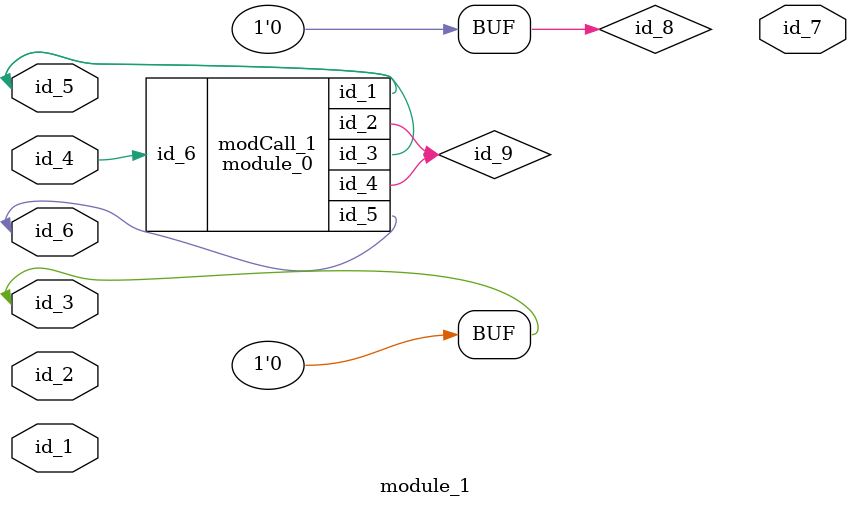
<source format=v>
module module_0 (
    id_1,
    id_2,
    id_3,
    id_4,
    id_5,
    id_6
);
  input wire id_6;
  inout wire id_5;
  inout wire id_4;
  output wire id_3;
  inout wire id_2;
  inout wire id_1;
  assign id_1 = -1'b0;
  assign id_2 = id_1;
  wor id_7, id_8 = -1'b0;
  assign id_7 = &{id_2, -1, -1, 1'b0, -1'h0 > id_6, (id_7)};
endmodule
module module_1 (
    id_1,
    id_2,
    id_3,
    id_4,
    id_5,
    id_6,
    id_7
);
  output wire id_7;
  inout wire id_6;
  inout wire id_5;
  input wire id_4;
  inout wire id_3;
  input wire id_2;
  input wire id_1;
  tri  id_8 = id_3;
  wire id_9;
  module_0 modCall_1 (
      id_5,
      id_9,
      id_5,
      id_9,
      id_6,
      id_4
  );
  assign id_8 = 1'b0;
  assign id_8 = 1;
  wire id_10;
  parameter id_11 = "";
  wire id_12;
  localparam id_13 = -1;
endmodule

</source>
